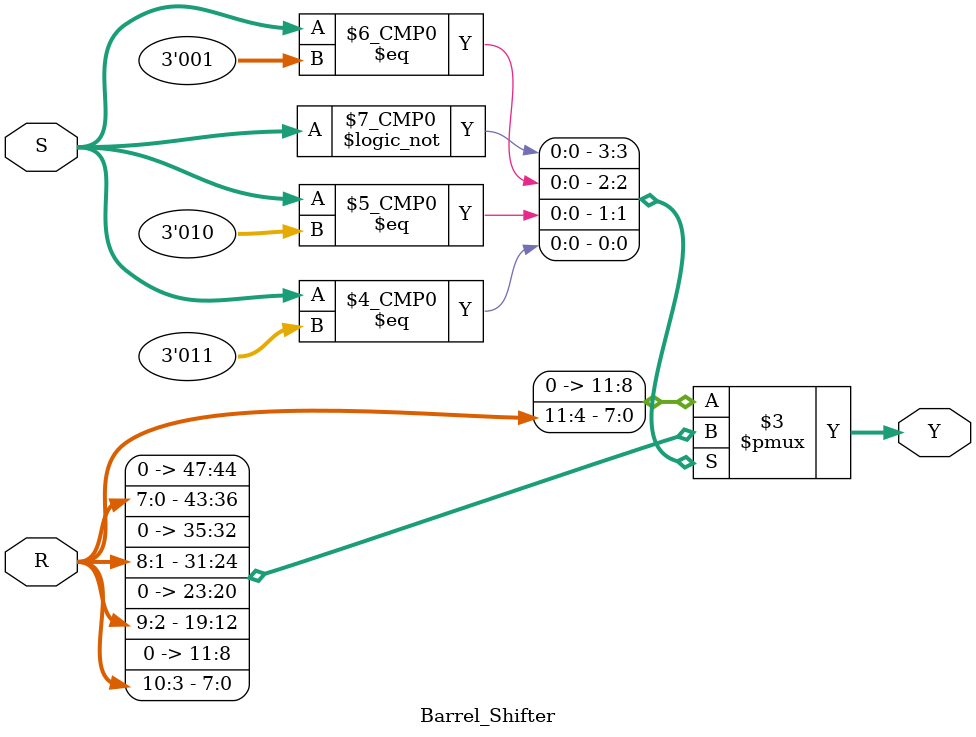
<source format=v>
module Barrel_Shifter (R,S,Y);	 
	input[11:0]		R;	//	Entrada
	input[2:0]		S;	//	Selector
	output[11:0]	Y;	//	Salida
	reg[11:0]		Y;	//	Salida
	
	always @ (R,S)
	begin
		case (S)
			3'h0	: Y = R[ 7:0]; 
			3'h1	: Y = R[ 8:1];
			3'h2	: Y = R[ 9:2];
			3'h3	: Y = R[10:3];
			default : Y = R[11:4];
		endcase
	end
	
endmodule

</source>
